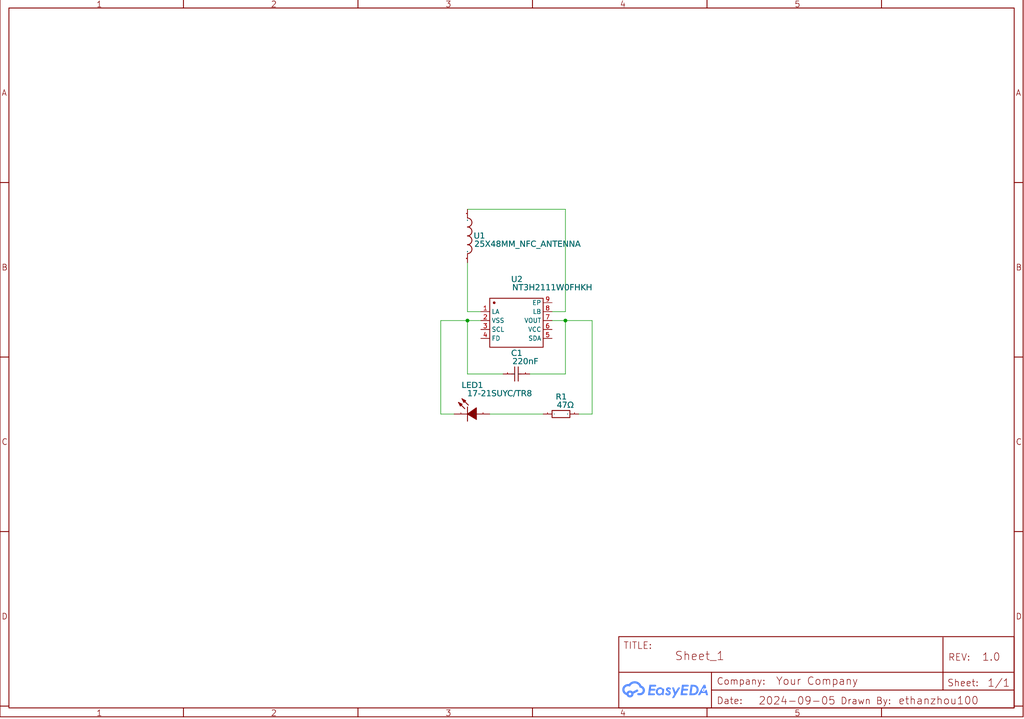
<source format=kicad_sch>
(kicad_sch (version 20231120) (generator "eeschema") (generator_version "8.0")
  (paper "User" 292.1 205.105)
  (lib_symbols
    (symbol "0603WAF470JT5E"
      (property "Reference" "R1" (at -1.4986 5.7531 0))
      (property "Value" "47Ω" (at -1.4986 3.4671 0))
      (symbol "0603WAF470JT5E_0_0"
        (pin input line (at -5.08 0 0) (length 2.54) (name "1") (number "1"))
        (pin input line (at 5.08 0 180) (length 2.54) (name "2") (number "2"))
      )
    )
    (symbol "17-21SUYC/TR8"
      (property "Reference" "LED1" (at -2.9464 9.0551 0))
      (property "Value" "17-21SUYC/TR8" (at -2.9464 6.7691 0))
      (symbol "17-21SUYC/TR8_0_0"
        (pin unspecified line (at 5.08 0 180) (length 3.81) (name "+") (number "1"))
        (pin unspecified line (at -5.08 0 0) (length 3.81) (name "-") (number "2"))
      )
    )
    (symbol "25X48MM_NFC_ANTENNA"
      (property "Reference" "1" (at 1.27 0.8763 0))
      (property "Value" "25X48MM_NFC_ANTENNA" (at 1.27 -1.4097 0))
      (symbol "25X48MM_NFC_ANTENNA_0_0"
        (pin bidirectional line (at -0.508 7.62 270) (length 2.4892) (name "P$1") (number "P$1"))
        (pin bidirectional line (at -0.508 -7.62 90) (length 2.4892) (name "P$2") (number "P$2"))
      )
    )
    (symbol "CL10B224KA8NNNC"
      (property "Reference" "C1" (at -1.4986 6.7691 0))
      (property "Value" "220nF" (at -1.4986 4.4831 0))
      (symbol "CL10B224KA8NNNC_0_0"
        (pin input line (at -3.81 0 0) (length 2.54) (name "1") (number "1"))
        (pin input line (at 3.81 0 180) (length 2.54) (name "2") (number "2"))
      )
    )
    (symbol "NT3H2111W0FHKH"
      (property "Reference" "U1" (at -1.4986 13.8811 0))
      (property "Value" "NT3H2111W0FHKH" (at -1.4986 11.5951 0))
      (symbol "NT3H2111W0FHKH_0_0"
        (pin unspecified line (at -10.16 3.81 0) (length 2.54) (name "LA") (number "1"))
        (pin unspecified line (at -10.16 1.27 0) (length 2.54) (name "VSS") (number "2"))
        (pin unspecified line (at -10.16 -1.27 0) (length 2.54) (name "SCL") (number "3"))
        (pin unspecified line (at -10.16 -3.81 0) (length 2.54) (name "FD") (number "4"))
        (pin unspecified line (at 10.16 -3.81 180) (length 2.54) (name "SDA") (number "5"))
        (pin unspecified line (at 10.16 -1.27 180) (length 2.54) (name "VCC") (number "6"))
        (pin unspecified line (at 10.16 1.27 180) (length 2.54) (name "VOUT") (number "7"))
        (pin unspecified line (at 10.16 3.81 180) (length 2.54) (name "LB") (number "8"))
        (pin unspecified line (at 10.16 6.35 180) (length 2.54) (name "EP") (number "9"))
      )
    )
    (symbol "Unknown_0_-806"
      (symbol "Unknown_0_-806_0_0"
        (text "1" (at 27.432 -202.6539 0) (effects (font (size 1.6891 1.6891)) (justify left top)))
        (text "1" (at 27.432 -0.4699 0) (effects (font (size 1.6891 1.6891)) (justify left top)))
        (text "1.0" (at 280.0604 -186.3471 0) (effects (font (size 2.1717 2.1717)) (justify left top)))
        (text "1/1" (at 281.5844 -193.7639 0) (effects (font (size 2.1717 2.1717)) (justify left top)))
        (text "2" (at 77.216 -202.6539 0) (effects (font (size 1.6891 1.6891)) (justify left top)))
        (text "2" (at 77.216 -0.4699 0) (effects (font (size 1.6891 1.6891)) (justify left top)))
        (text "2024-09-05" (at 216.3064 -198.8439 0) (effects (font (size 2.1717 2.1717)) (justify left top)))
        (text "3" (at 127 -202.6539 0) (effects (font (size 1.6891 1.6891)) (justify left top)))
        (text "3" (at 127 -0.4699 0) (effects (font (size 1.6891 1.6891)) (justify left top)))
        (text "4" (at 176.784 -202.6539 0) (effects (font (size 1.6891 1.6891)) (justify left top)))
        (text "4" (at 176.784 -0.4699 0) (effects (font (size 1.6891 1.6891)) (justify left top)))
        (text "5" (at 226.568 -202.6539 0) (effects (font (size 1.6891 1.6891)) (justify left top)))
        (text "5" (at 226.568 -0.4699 0) (effects (font (size 1.6891 1.6891)) (justify left top)))
        (text "A" (at 0.381 -25.7429 0) (effects (font (size 1.6891 1.6891)) (justify left top)))
        (text "A" (at 289.687 -25.7429 0) (effects (font (size 1.6891 1.6891)) (justify left top)))
        (text "B" (at 0.381 -75.5269 0) (effects (font (size 1.6891 1.6891)) (justify left top)))
        (text "B" (at 289.687 -75.5269 0) (effects (font (size 1.6891 1.6891)) (justify left top)))
        (text "C" (at 0.381 -125.3109 0) (effects (font (size 1.6891 1.6891)) (justify left top)))
        (text "C" (at 289.687 -125.3109 0) (effects (font (size 1.6891 1.6891)) (justify left top)))
        (text "Company:" (at 204.3684 -193.4464 0) (effects (font (size 1.9304 1.9304)) (justify left top)))
        (text "D" (at 0.381 -175.0949 0) (effects (font (size 1.6891 1.6891)) (justify left top)))
        (text "D" (at 289.687 -175.0949 0) (effects (font (size 1.6891 1.6891)) (justify left top)))
        (text "Date:" (at 204.3684 -198.9836 0) (effects (font (size 1.9304 1.9304)) (justify left top)))
        (text "Drawn By:" (at 239.6744 -199.0344 0) (effects (font (size 1.9304 1.9304)) (justify left top)))
        (text "ethanzhou100" (at 256.1844 -198.7931 0) (effects (font (size 2.1717 2.1717)) (justify left top)))
        (text "REV:" (at 270.4084 -186.5884 0) (effects (font (size 1.9304 1.9304)) (justify left top)))
        (text "Sheet:" (at 270.1544 -193.9036 0) (effects (font (size 1.9304 1.9304)) (justify left top)))
        (text "Sheet_1" (at 192.4304 -185.928 0) (effects (font (size 2.413 2.413)) (justify left top)))
        (text "TITLE:" (at 177.7746 -183.2356 0) (effects (font (size 1.9304 1.9304)) (justify left top)))
        (text "Your Company" (at 221.2848 -193.2305 0) (effects (font (size 2.1717 2.1717)) (justify left top)))
      )
    )
  )
  (junction (at 161.29 91.44))
  (junction (at 133.35 91.44))
  (wire (pts (xy 157.48 91.44) (xy 161.29 91.44)))
  (wire (pts (xy 168.91 118.11) (xy 168.91 91.44)))
  (wire (pts (xy 133.35 59.69) (xy 161.29 59.69)))
  (wire (pts (xy 168.91 91.44) (xy 161.29 91.44)))
  (wire (pts (xy 161.29 91.44) (xy 161.29 106.68)))
  (wire (pts (xy 129.54 118.11) (xy 125.73 118.11)))
  (wire (pts (xy 154.94 118.11) (xy 139.7 118.11)))
  (wire (pts (xy 133.35 91.44) (xy 133.35 106.68)))
  (wire (pts (xy 125.73 91.44) (xy 133.35 91.44)))
  (wire (pts (xy 133.35 88.9) (xy 133.35 74.93)))
  (wire (pts (xy 161.29 88.9) (xy 157.48 88.9)))
  (wire (pts (xy 161.29 59.69) (xy 161.29 88.9)))
  (wire (pts (xy 165.1 118.11) (xy 168.91 118.11)))
  (wire (pts (xy 161.29 106.68) (xy 151.13 106.68)))
  (wire (pts (xy 133.35 106.68) (xy 143.51 106.68)))
  (wire (pts (xy 137.16 91.44) (xy 133.35 91.44)))
  (wire (pts (xy 125.73 118.11) (xy 125.73 91.44)))
  (wire (pts (xy 137.16 88.9) (xy 133.35 88.9)))
  (symbol (lib_id "0603WAF470JT5E") (at 160.02 118.11 0) (unit 1)
    (property "Reference" "R1" (at 158.5214 112.3569 0) (effects (font (size 1.6891 1.6891)) (justify left top)))
    (property "Value" "47Ω" (at 158.5214 114.6429 0) (effects (font (size 1.6891 1.6891)) (justify left top)))
    (property "Manufacturer Part" "0603WAF470JT5E" (effects (hide yes)))
    (property "Manufacturer" "UNI-ROYAL(厚声)" (effects (hide yes)))
    (property "Supplier Part" "C23182" (effects (hide yes)))
    (property "Supplier" "LCSC" (effects (hide yes)))
    (property "LCSC" " C23182" (effects (hide yes)))
  )
  (symbol (lib_id "Unknown_0_-806") (at 0 -0.254 0) (unit 1)
    (property "Reference" "A1" (effects (hide yes)))
    (property "Value" "A" (effects (hide yes)))
    (property "Manufacturer Part" "?" (effects (hide yes)))
  )
  (symbol (lib_id "25X48MM_NFC_ANTENNA") (at 133.858 67.31 0) (unit 1)
    (property "Reference" "U1" (at 135.128 66.4337 0) (effects (font (size 1.6891 1.6891)) (justify left top)))
    (property "Value" "25X48MM_NFC_ANTENNA" (at 135.128 68.7197 0) (effects (font (size 1.6891 1.6891)) (justify left top)))
  )
  (symbol (lib_id "17-21SUYC/TR8") (at 134.62 118.11 0) (unit 1)
    (property "Reference" "LED1" (at 131.6736 109.0549 0) (effects (font (size 1.6891 1.6891)) (justify left top)))
    (property "Value" "17-21SUYC/TR8" (at 131.6736 111.3409 0) (effects (font (size 1.6891 1.6891)) (justify left top)))
    (property "Manufacturer Part" "KT-0805黄灯" (effects (hide yes)))
    (property "Manufacturer" "KENTO" (effects (hide yes)))
    (property "Supplier Part" "C2296" (effects (hide yes)))
    (property "Supplier" "LCSC" (effects (hide yes)))
    (property "LCSC" "C2296" (effects (hide yes)))
  )
  (symbol (lib_id "NT3H2111W0FHKH") (at 147.32 92.71 0) (unit 1)
    (property "Reference" "U2" (at 145.8214 78.8289 0) (effects (font (size 1.6891 1.6891)) (justify left top)))
    (property "Value" "NT3H2111W0FHKH" (at 145.8214 81.1149 0) (effects (font (size 1.6891 1.6891)) (justify left top)))
    (property "Manufacturer Part" "NT3H2111W0FHKH" (effects (hide yes)))
    (property "Manufacturer" "NXP(恩智浦)" (effects (hide yes)))
    (property "Supplier Part" "C710403" (effects (hide yes)))
    (property "Supplier" "LCSC" (effects (hide yes)))
    (property "LCSC" "C710403" (effects (hide yes)))
  )
  (symbol (lib_id "CL10B224KA8NNNC") (at 147.32 106.68 0) (unit 1)
    (property "Reference" "C1" (at 145.8214 99.9109 0) (effects (font (size 1.6891 1.6891)) (justify left top)))
    (property "Value" "220nF" (at 145.8214 102.1969 0) (effects (font (size 1.6891 1.6891)) (justify left top)))
    (property "Manufacturer Part" "CL10B224KA8NNNC" (effects (hide yes)))
    (property "Manufacturer" "SAMSUNG(三星)" (effects (hide yes)))
    (property "Supplier Part" "C21120" (effects (hide yes)))
    (property "Supplier" "LCSC" (effects (hide yes)))
    (property "LCSC" " C21120" (effects (hide yes)))
  )
)
</source>
